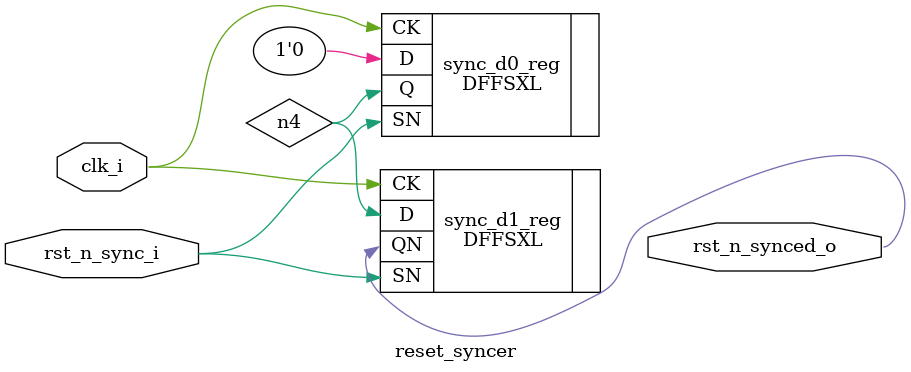
<source format=v>


module reset_syncer ( clk_i, rst_n_sync_i, rst_n_synced_o );
  input clk_i, rst_n_sync_i;
  output rst_n_synced_o;
  wire   n4;

  DFFSXL sync_d0_reg ( .D(1'b0), .CK(clk_i), .SN(rst_n_sync_i), .Q(n4) );
  DFFSXL sync_d1_reg ( .D(n4), .CK(clk_i), .SN(rst_n_sync_i), .QN(
        rst_n_synced_o) );
endmodule


</source>
